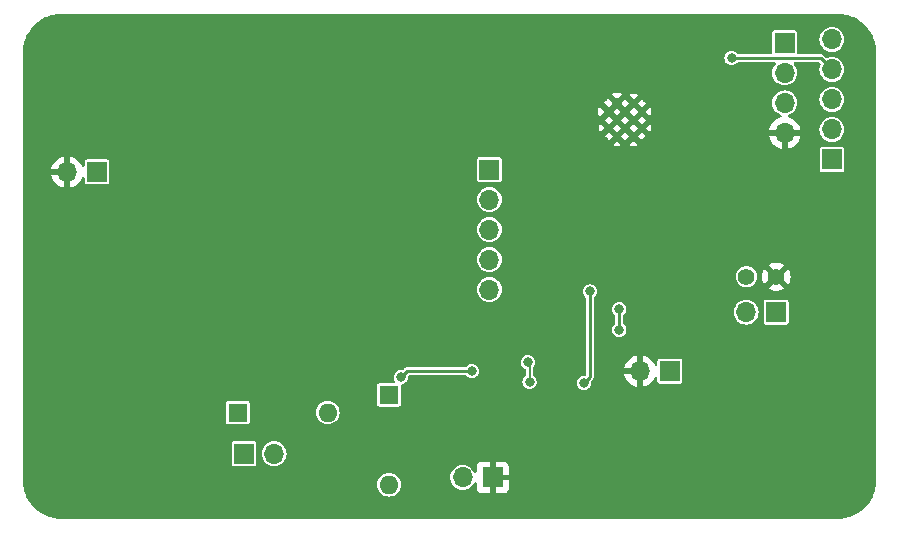
<source format=gbr>
%TF.GenerationSoftware,KiCad,Pcbnew,7.0.8*%
%TF.CreationDate,2023-12-29T21:58:38-05:00*%
%TF.ProjectId,SleepMonitor,536c6565-704d-46f6-9e69-746f722e6b69,rev?*%
%TF.SameCoordinates,Original*%
%TF.FileFunction,Copper,L2,Bot*%
%TF.FilePolarity,Positive*%
%FSLAX46Y46*%
G04 Gerber Fmt 4.6, Leading zero omitted, Abs format (unit mm)*
G04 Created by KiCad (PCBNEW 7.0.8) date 2023-12-29 21:58:38*
%MOMM*%
%LPD*%
G01*
G04 APERTURE LIST*
%TA.AperFunction,HeatsinkPad*%
%ADD10C,0.600000*%
%TD*%
%TA.AperFunction,HeatsinkPad*%
%ADD11C,0.800000*%
%TD*%
%TA.AperFunction,ComponentPad*%
%ADD12R,1.700000X1.700000*%
%TD*%
%TA.AperFunction,ComponentPad*%
%ADD13O,1.700000X1.700000*%
%TD*%
%TA.AperFunction,ComponentPad*%
%ADD14R,1.600000X1.600000*%
%TD*%
%TA.AperFunction,ComponentPad*%
%ADD15O,1.600000X1.600000*%
%TD*%
%TA.AperFunction,ComponentPad*%
%ADD16C,1.400000*%
%TD*%
%TA.AperFunction,ViaPad*%
%ADD17C,0.800000*%
%TD*%
%TA.AperFunction,Conductor*%
%ADD18C,0.203200*%
%TD*%
%TA.AperFunction,Conductor*%
%ADD19C,0.250000*%
%TD*%
G04 APERTURE END LIST*
D10*
%TO.P,U3,39,GND*%
%TO.N,GND*%
X143400000Y-78415000D03*
X143400000Y-77015000D03*
X142700000Y-79115000D03*
X142700000Y-77715000D03*
X142700000Y-76315000D03*
X141975000Y-78415000D03*
X141975000Y-77015000D03*
X141300000Y-79115000D03*
X141300000Y-77715000D03*
D11*
X141300000Y-76315000D03*
D10*
X140600000Y-78415000D03*
D11*
X140600000Y-77015000D03*
%TD*%
D12*
%TO.P,J1,1,Pin_1*%
%TO.N,+5V*%
X97275000Y-82125000D03*
D13*
%TO.P,J1,2,Pin_2*%
%TO.N,GND*%
X94735000Y-82125000D03*
%TD*%
D12*
%TO.P,Y1,1,1*%
%TO.N,GND*%
X130775000Y-108000000D03*
D13*
%TO.P,Y1,2,2*%
%TO.N,Net-(R4-Pad2)*%
X128235000Y-108000000D03*
%TD*%
D14*
%TO.P,D2,1,K*%
%TO.N,VDD*%
X109190000Y-102500000D03*
D15*
%TO.P,D2,2,A*%
%TO.N,Net-(D2-A)*%
X116810000Y-102500000D03*
%TD*%
D12*
%TO.P,J5,1,Pin_1*%
%TO.N,/Touch0*%
X154775000Y-94000000D03*
D13*
%TO.P,J5,2,Pin_2*%
%TO.N,/Touch2*%
X152235000Y-94000000D03*
%TD*%
D14*
%TO.P,D1,1,K*%
%TO.N,Net-(D1-K)*%
X122000000Y-101000000D03*
D15*
%TO.P,D1,2,A*%
%TO.N,Net-(D1-A)*%
X122000000Y-108620000D03*
%TD*%
D16*
%TO.P,JP1,1,A*%
%TO.N,/Boot*%
X152250000Y-91000000D03*
%TO.P,JP1,2,B*%
%TO.N,GND*%
X154790000Y-91000000D03*
%TD*%
D12*
%TO.P,M1,1,+*%
%TO.N,VDD*%
X109725000Y-105985000D03*
D13*
%TO.P,M1,2,-*%
%TO.N,Net-(D2-A)*%
X112265000Y-105985000D03*
%TD*%
D12*
%TO.P,J4,1,Pin_1*%
%TO.N,/ESP_P30*%
X159500000Y-81075000D03*
D13*
%TO.P,J4,2,Pin_2*%
%TO.N,/ESP_P31*%
X159500000Y-78535000D03*
%TO.P,J4,3,Pin_3*%
%TO.N,/ESP_P33*%
X159500000Y-75995000D03*
%TO.P,J4,4,Pin_4*%
%TO.N,/ESP_P36*%
X159500000Y-73455000D03*
%TO.P,J4,5,Pin_5*%
%TO.N,/ESP_P37*%
X159500000Y-70915000D03*
%TD*%
D12*
%TO.P,J3,1,Pin_1*%
%TO.N,/ESP_P10*%
X130500000Y-81925000D03*
D13*
%TO.P,J3,2,Pin_2*%
%TO.N,/ESP_P11*%
X130500000Y-84465000D03*
%TO.P,J3,3,Pin_3*%
%TO.N,/ESP_P12*%
X130500000Y-87005000D03*
%TO.P,J3,4,Pin_4*%
%TO.N,/ESP_P13*%
X130500000Y-89545000D03*
%TO.P,J3,5,Pin_5*%
%TO.N,/ESP_P14*%
X130500000Y-92085000D03*
%TD*%
D12*
%TO.P,J2,1,Pin_1*%
%TO.N,VDD*%
X155500000Y-71200000D03*
D13*
%TO.P,J2,2,Pin_2*%
%TO.N,/TX*%
X155500000Y-73740000D03*
%TO.P,J2,3,Pin_3*%
%TO.N,/RX*%
X155500000Y-76280000D03*
%TO.P,J2,4,Pin_4*%
%TO.N,GND*%
X155500000Y-78820000D03*
%TD*%
D12*
%TO.P,J6,1,Pin_1*%
%TO.N,/Capacity_electrode*%
X145775000Y-99000000D03*
D13*
%TO.P,J6,2,Pin_2*%
%TO.N,GND*%
X143235000Y-99000000D03*
%TD*%
D17*
%TO.N,GND*%
X99000000Y-85250000D03*
X104000000Y-82000000D03*
X131750000Y-75500000D03*
X127250000Y-102500000D03*
X118750000Y-103750000D03*
X120500000Y-108250000D03*
X110500000Y-101000000D03*
X124000000Y-81250000D03*
X115500000Y-81750000D03*
X115750000Y-88250000D03*
X109000000Y-80250000D03*
X115750000Y-70750000D03*
X101750000Y-72000000D03*
X92500000Y-91500000D03*
X92500000Y-97500000D03*
X147000000Y-97500000D03*
X143250000Y-107250000D03*
X129500000Y-106000000D03*
X157000000Y-82250000D03*
X157500000Y-75000000D03*
X157500000Y-71000000D03*
X162500000Y-83500000D03*
X157750000Y-84000000D03*
X153750000Y-87000000D03*
X148750000Y-91750000D03*
X150750000Y-88000000D03*
X141000000Y-89250000D03*
X147000000Y-92250000D03*
X127000000Y-88500000D03*
X126000000Y-93250000D03*
X124500000Y-88500000D03*
X123000000Y-106750000D03*
X142500000Y-96000000D03*
X123250000Y-93750000D03*
X121500000Y-97000000D03*
X129500000Y-75500000D03*
X123250000Y-96250000D03*
X138000000Y-98000000D03*
X120000000Y-71500000D03*
X133500000Y-87500000D03*
X117000000Y-94500000D03*
X133250000Y-95750000D03*
X133000000Y-77500000D03*
X137250000Y-100000000D03*
X130000000Y-69500000D03*
X129000000Y-85500000D03*
%TO.N,VDD*%
X123000000Y-99500000D03*
X129000000Y-99000000D03*
%TO.N,/ESP_P36*%
X151000000Y-72500000D03*
%TO.N,/PZ_ATN100K*%
X138500000Y-100000000D03*
X139000000Y-92250000D03*
%TO.N,/PZ_ATN10K*%
X141500000Y-93750000D03*
X141500000Y-95500000D03*
%TO.N,/PZ_ATN1MEG*%
X133750000Y-98250000D03*
X133895362Y-99895362D03*
%TD*%
D18*
%TO.N,/PZ_ATN1MEG*%
X133895362Y-98395362D02*
X133895362Y-99895362D01*
X133750000Y-98250000D02*
X133895362Y-98395362D01*
D19*
%TO.N,VDD*%
X123000000Y-99500000D02*
X123500000Y-99000000D01*
X123500000Y-99000000D02*
X129000000Y-99000000D01*
%TO.N,/ESP_P36*%
X158545000Y-72500000D02*
X159500000Y-73455000D01*
X151000000Y-72500000D02*
X158545000Y-72500000D01*
%TO.N,/PZ_ATN100K*%
X139000000Y-99500000D02*
X138500000Y-100000000D01*
X139000000Y-92250000D02*
X139000000Y-99500000D01*
%TO.N,/PZ_ATN10K*%
X141500000Y-93750000D02*
X141500000Y-95500000D01*
%TD*%
%TA.AperFunction,Conductor*%
%TO.N,GND*%
G36*
X160001620Y-68750584D02*
G01*
X160133503Y-68757496D01*
X160344132Y-68769325D01*
X160350296Y-68769984D01*
X160468949Y-68788777D01*
X160511585Y-68795531D01*
X160562305Y-68804148D01*
X160692059Y-68826194D01*
X160697666Y-68827419D01*
X160860989Y-68871181D01*
X161031730Y-68920372D01*
X161036751Y-68922056D01*
X161196903Y-68983532D01*
X161359185Y-69050752D01*
X161363595Y-69052785D01*
X161517666Y-69131288D01*
X161670621Y-69215823D01*
X161674360Y-69218067D01*
X161754576Y-69270160D01*
X161820112Y-69312720D01*
X161962323Y-69413624D01*
X161965464Y-69416007D01*
X162099763Y-69524761D01*
X162102059Y-69526714D01*
X162230937Y-69641885D01*
X162233464Y-69644275D01*
X162355723Y-69766534D01*
X162358113Y-69769061D01*
X162473284Y-69897939D01*
X162475237Y-69900235D01*
X162583991Y-70034534D01*
X162586374Y-70037675D01*
X162687279Y-70179887D01*
X162781917Y-70325615D01*
X162784184Y-70329393D01*
X162868716Y-70482342D01*
X162947211Y-70636399D01*
X162949250Y-70640821D01*
X163016471Y-70803106D01*
X163077937Y-70963232D01*
X163079632Y-70968289D01*
X163128827Y-71139046D01*
X163172574Y-71302310D01*
X163173811Y-71307975D01*
X163204468Y-71488414D01*
X163230009Y-71649663D01*
X163230675Y-71655890D01*
X163242512Y-71866678D01*
X163249415Y-71998377D01*
X163249500Y-72001623D01*
X163249500Y-108248375D01*
X163249415Y-108251621D01*
X163242512Y-108383321D01*
X163230675Y-108594108D01*
X163230009Y-108600335D01*
X163204468Y-108761585D01*
X163173811Y-108942023D01*
X163172574Y-108947688D01*
X163128827Y-109110953D01*
X163079632Y-109281709D01*
X163077937Y-109286766D01*
X163016471Y-109446893D01*
X162949250Y-109609177D01*
X162947212Y-109613599D01*
X162868716Y-109767657D01*
X162784184Y-109920605D01*
X162781917Y-109924383D01*
X162687279Y-110070112D01*
X162586374Y-110212323D01*
X162583991Y-110215464D01*
X162475237Y-110349763D01*
X162473284Y-110352059D01*
X162358113Y-110480937D01*
X162355723Y-110483464D01*
X162233464Y-110605723D01*
X162230937Y-110608113D01*
X162102059Y-110723284D01*
X162099763Y-110725237D01*
X161965464Y-110833991D01*
X161962323Y-110836374D01*
X161820112Y-110937279D01*
X161674383Y-111031917D01*
X161670605Y-111034184D01*
X161517657Y-111118716D01*
X161363599Y-111197212D01*
X161359177Y-111199250D01*
X161196893Y-111266471D01*
X161036766Y-111327937D01*
X161031709Y-111329632D01*
X160860953Y-111378827D01*
X160697688Y-111422574D01*
X160692023Y-111423811D01*
X160511585Y-111454468D01*
X160350335Y-111480009D01*
X160344108Y-111480675D01*
X160133321Y-111492512D01*
X160001621Y-111499415D01*
X159998375Y-111499500D01*
X94251624Y-111499500D01*
X94248378Y-111499415D01*
X94116678Y-111492512D01*
X93905890Y-111480675D01*
X93899668Y-111480009D01*
X93875719Y-111476216D01*
X93738414Y-111454468D01*
X93557975Y-111423811D01*
X93552310Y-111422574D01*
X93389046Y-111378827D01*
X93218289Y-111329632D01*
X93213232Y-111327937D01*
X93053106Y-111266471D01*
X92890821Y-111199250D01*
X92886399Y-111197211D01*
X92732342Y-111118716D01*
X92579393Y-111034184D01*
X92575623Y-111031921D01*
X92495424Y-110979840D01*
X92429887Y-110937279D01*
X92287675Y-110836374D01*
X92284534Y-110833991D01*
X92150235Y-110725237D01*
X92147939Y-110723284D01*
X92019061Y-110608113D01*
X92016534Y-110605723D01*
X91894275Y-110483464D01*
X91891885Y-110480937D01*
X91776714Y-110352059D01*
X91774761Y-110349763D01*
X91666007Y-110215464D01*
X91663624Y-110212323D01*
X91562720Y-110070112D01*
X91531981Y-110022779D01*
X91468067Y-109924360D01*
X91465823Y-109920621D01*
X91381283Y-109767657D01*
X91302785Y-109613595D01*
X91300752Y-109609185D01*
X91233532Y-109446903D01*
X91172056Y-109286751D01*
X91170372Y-109281730D01*
X91121181Y-109110989D01*
X91077419Y-108947666D01*
X91076194Y-108942059D01*
X91054148Y-108812305D01*
X91045531Y-108761585D01*
X91038777Y-108718949D01*
X91023105Y-108620000D01*
X120994659Y-108620000D01*
X121013975Y-108816129D01*
X121071188Y-109004733D01*
X121164086Y-109178532D01*
X121164090Y-109178539D01*
X121289116Y-109330883D01*
X121441460Y-109455909D01*
X121441467Y-109455913D01*
X121615266Y-109548811D01*
X121615269Y-109548811D01*
X121615273Y-109548814D01*
X121803868Y-109606024D01*
X122000000Y-109625341D01*
X122196132Y-109606024D01*
X122384727Y-109548814D01*
X122558538Y-109455910D01*
X122710883Y-109330883D01*
X122835910Y-109178538D01*
X122901631Y-109055582D01*
X122928811Y-109004733D01*
X122928811Y-109004732D01*
X122928814Y-109004727D01*
X122986024Y-108816132D01*
X123005341Y-108620000D01*
X122986024Y-108423868D01*
X122928814Y-108235273D01*
X122928811Y-108235269D01*
X122928811Y-108235266D01*
X122835913Y-108061467D01*
X122835909Y-108061460D01*
X122785470Y-108000000D01*
X127179417Y-108000000D01*
X127199699Y-108205932D01*
X127208600Y-108235273D01*
X127259768Y-108403954D01*
X127357315Y-108586450D01*
X127368710Y-108600335D01*
X127488589Y-108746410D01*
X127568884Y-108812305D01*
X127648550Y-108877685D01*
X127831046Y-108975232D01*
X128029066Y-109035300D01*
X128029065Y-109035300D01*
X128047529Y-109037118D01*
X128235000Y-109055583D01*
X128440934Y-109035300D01*
X128638954Y-108975232D01*
X128821450Y-108877685D01*
X128981410Y-108746410D01*
X129112685Y-108586450D01*
X129191643Y-108438730D01*
X129240605Y-108388888D01*
X129308742Y-108373428D01*
X129374422Y-108397260D01*
X129416791Y-108452818D01*
X129425000Y-108497186D01*
X129425000Y-108897844D01*
X129431401Y-108957372D01*
X129431403Y-108957379D01*
X129481645Y-109092086D01*
X129481649Y-109092093D01*
X129567809Y-109207187D01*
X129567812Y-109207190D01*
X129682906Y-109293350D01*
X129682913Y-109293354D01*
X129817620Y-109343596D01*
X129817627Y-109343598D01*
X129877155Y-109349999D01*
X129877172Y-109350000D01*
X130525000Y-109350000D01*
X130525000Y-108435501D01*
X130632685Y-108484680D01*
X130739237Y-108500000D01*
X130810763Y-108500000D01*
X130917315Y-108484680D01*
X131025000Y-108435501D01*
X131025000Y-109350000D01*
X131672828Y-109350000D01*
X131672844Y-109349999D01*
X131732372Y-109343598D01*
X131732379Y-109343596D01*
X131867086Y-109293354D01*
X131867093Y-109293350D01*
X131982187Y-109207190D01*
X131982190Y-109207187D01*
X132068350Y-109092093D01*
X132068354Y-109092086D01*
X132118596Y-108957379D01*
X132118598Y-108957372D01*
X132124999Y-108897844D01*
X132125000Y-108897827D01*
X132125000Y-108250000D01*
X131208686Y-108250000D01*
X131234493Y-108209844D01*
X131275000Y-108071889D01*
X131275000Y-107928111D01*
X131234493Y-107790156D01*
X131208686Y-107750000D01*
X132125000Y-107750000D01*
X132125000Y-107102172D01*
X132124999Y-107102155D01*
X132118598Y-107042627D01*
X132118596Y-107042620D01*
X132068354Y-106907913D01*
X132068350Y-106907906D01*
X131982190Y-106792812D01*
X131982187Y-106792809D01*
X131867093Y-106706649D01*
X131867086Y-106706645D01*
X131732379Y-106656403D01*
X131732372Y-106656401D01*
X131672844Y-106650000D01*
X131025000Y-106650000D01*
X131025000Y-107564498D01*
X130917315Y-107515320D01*
X130810763Y-107500000D01*
X130739237Y-107500000D01*
X130632685Y-107515320D01*
X130525000Y-107564498D01*
X130525000Y-106650000D01*
X129877155Y-106650000D01*
X129817627Y-106656401D01*
X129817620Y-106656403D01*
X129682913Y-106706645D01*
X129682906Y-106706649D01*
X129567812Y-106792809D01*
X129567809Y-106792812D01*
X129481649Y-106907906D01*
X129481645Y-106907913D01*
X129431403Y-107042620D01*
X129431401Y-107042627D01*
X129425000Y-107102155D01*
X129425000Y-107502813D01*
X129405315Y-107569852D01*
X129352511Y-107615607D01*
X129283353Y-107625551D01*
X129219797Y-107596526D01*
X129191642Y-107561267D01*
X129112685Y-107413550D01*
X129060702Y-107350209D01*
X128981410Y-107253589D01*
X128821452Y-107122317D01*
X128821453Y-107122317D01*
X128821450Y-107122315D01*
X128638954Y-107024768D01*
X128440934Y-106964700D01*
X128440932Y-106964699D01*
X128440934Y-106964699D01*
X128235000Y-106944417D01*
X128029067Y-106964699D01*
X127831043Y-107024769D01*
X127797634Y-107042627D01*
X127648550Y-107122315D01*
X127648548Y-107122316D01*
X127648547Y-107122317D01*
X127488589Y-107253589D01*
X127357317Y-107413547D01*
X127259769Y-107596043D01*
X127199699Y-107794067D01*
X127179417Y-108000000D01*
X122785470Y-108000000D01*
X122710883Y-107909116D01*
X122558539Y-107784090D01*
X122558532Y-107784086D01*
X122384733Y-107691188D01*
X122384727Y-107691186D01*
X122196132Y-107633976D01*
X122196129Y-107633975D01*
X122000000Y-107614659D01*
X121803870Y-107633975D01*
X121615266Y-107691188D01*
X121441467Y-107784086D01*
X121441460Y-107784090D01*
X121289116Y-107909116D01*
X121164090Y-108061460D01*
X121164086Y-108061467D01*
X121071188Y-108235266D01*
X121013975Y-108423870D01*
X120994659Y-108620000D01*
X91023105Y-108620000D01*
X91019984Y-108600296D01*
X91019325Y-108594132D01*
X91007496Y-108383503D01*
X91000584Y-108251621D01*
X91000500Y-108248376D01*
X91000500Y-106854752D01*
X108674500Y-106854752D01*
X108686131Y-106913229D01*
X108686132Y-106913230D01*
X108730447Y-106979552D01*
X108796769Y-107023867D01*
X108796770Y-107023868D01*
X108855247Y-107035499D01*
X108855250Y-107035500D01*
X108855252Y-107035500D01*
X110594750Y-107035500D01*
X110594751Y-107035499D01*
X110609568Y-107032552D01*
X110653229Y-107023868D01*
X110653229Y-107023867D01*
X110653231Y-107023867D01*
X110719552Y-106979552D01*
X110763867Y-106913231D01*
X110763867Y-106913229D01*
X110763868Y-106913229D01*
X110775499Y-106854752D01*
X110775500Y-106854750D01*
X110775500Y-105985000D01*
X111209417Y-105985000D01*
X111229699Y-106190932D01*
X111229700Y-106190934D01*
X111289768Y-106388954D01*
X111387315Y-106571450D01*
X111387317Y-106571452D01*
X111518589Y-106731410D01*
X111593405Y-106792809D01*
X111678550Y-106862685D01*
X111861046Y-106960232D01*
X112059066Y-107020300D01*
X112059065Y-107020300D01*
X112077529Y-107022118D01*
X112265000Y-107040583D01*
X112470934Y-107020300D01*
X112668954Y-106960232D01*
X112851450Y-106862685D01*
X113011410Y-106731410D01*
X113142685Y-106571450D01*
X113240232Y-106388954D01*
X113300300Y-106190934D01*
X113320583Y-105985000D01*
X113300300Y-105779066D01*
X113240232Y-105581046D01*
X113142685Y-105398550D01*
X113090702Y-105335209D01*
X113011410Y-105238589D01*
X112861121Y-105115252D01*
X112851450Y-105107315D01*
X112668954Y-105009768D01*
X112470934Y-104949700D01*
X112470932Y-104949699D01*
X112470934Y-104949699D01*
X112265000Y-104929417D01*
X112059067Y-104949699D01*
X111861043Y-105009769D01*
X111773114Y-105056769D01*
X111678550Y-105107315D01*
X111678548Y-105107316D01*
X111678547Y-105107317D01*
X111518589Y-105238589D01*
X111387317Y-105398547D01*
X111289769Y-105581043D01*
X111229699Y-105779067D01*
X111209417Y-105985000D01*
X110775500Y-105985000D01*
X110775500Y-105115249D01*
X110775499Y-105115247D01*
X110763868Y-105056770D01*
X110763867Y-105056769D01*
X110719552Y-104990447D01*
X110653230Y-104946132D01*
X110653229Y-104946131D01*
X110594752Y-104934500D01*
X110594748Y-104934500D01*
X108855252Y-104934500D01*
X108855247Y-104934500D01*
X108796770Y-104946131D01*
X108796769Y-104946132D01*
X108730447Y-104990447D01*
X108686132Y-105056769D01*
X108686131Y-105056770D01*
X108674500Y-105115247D01*
X108674500Y-106854752D01*
X91000500Y-106854752D01*
X91000500Y-103319752D01*
X108189500Y-103319752D01*
X108201131Y-103378229D01*
X108201132Y-103378230D01*
X108245447Y-103444552D01*
X108311769Y-103488867D01*
X108311770Y-103488868D01*
X108370247Y-103500499D01*
X108370250Y-103500500D01*
X108370252Y-103500500D01*
X110009750Y-103500500D01*
X110009751Y-103500499D01*
X110024568Y-103497552D01*
X110068229Y-103488868D01*
X110068229Y-103488867D01*
X110068231Y-103488867D01*
X110134552Y-103444552D01*
X110178867Y-103378231D01*
X110178867Y-103378229D01*
X110178868Y-103378229D01*
X110190499Y-103319752D01*
X110190500Y-103319750D01*
X110190500Y-102500000D01*
X115804659Y-102500000D01*
X115823975Y-102696129D01*
X115881188Y-102884733D01*
X115974086Y-103058532D01*
X115974090Y-103058539D01*
X116099116Y-103210883D01*
X116251460Y-103335909D01*
X116251467Y-103335913D01*
X116425266Y-103428811D01*
X116425269Y-103428811D01*
X116425273Y-103428814D01*
X116613868Y-103486024D01*
X116810000Y-103505341D01*
X117006132Y-103486024D01*
X117194727Y-103428814D01*
X117368538Y-103335910D01*
X117520883Y-103210883D01*
X117645910Y-103058538D01*
X117738814Y-102884727D01*
X117796024Y-102696132D01*
X117815341Y-102500000D01*
X117796024Y-102303868D01*
X117738814Y-102115273D01*
X117738811Y-102115269D01*
X117738811Y-102115266D01*
X117645913Y-101941467D01*
X117645909Y-101941460D01*
X117546025Y-101819752D01*
X120999500Y-101819752D01*
X121011131Y-101878229D01*
X121011132Y-101878230D01*
X121055447Y-101944552D01*
X121121769Y-101988867D01*
X121121770Y-101988868D01*
X121180247Y-102000499D01*
X121180250Y-102000500D01*
X121180252Y-102000500D01*
X122819750Y-102000500D01*
X122819751Y-102000499D01*
X122834568Y-101997552D01*
X122878229Y-101988868D01*
X122878229Y-101988867D01*
X122878231Y-101988867D01*
X122944552Y-101944552D01*
X122988867Y-101878231D01*
X122988867Y-101878229D01*
X122988868Y-101878229D01*
X123000499Y-101819752D01*
X123000500Y-101819750D01*
X123000500Y-100214361D01*
X123020185Y-100147322D01*
X123072989Y-100101567D01*
X123108314Y-100091422D01*
X123156762Y-100085044D01*
X123302841Y-100024536D01*
X123428282Y-99928282D01*
X123524536Y-99802841D01*
X123585044Y-99656762D01*
X123605682Y-99500000D01*
X123601164Y-99465685D01*
X123611929Y-99396652D01*
X123658308Y-99344395D01*
X123724103Y-99325500D01*
X128431701Y-99325500D01*
X128498740Y-99345185D01*
X128530077Y-99374014D01*
X128569162Y-99424952D01*
X128571718Y-99428282D01*
X128697159Y-99524536D01*
X128843238Y-99585044D01*
X128921619Y-99595363D01*
X128999999Y-99605682D01*
X129000000Y-99605682D01*
X129000001Y-99605682D01*
X129052254Y-99598802D01*
X129156762Y-99585044D01*
X129302841Y-99524536D01*
X129428282Y-99428282D01*
X129524536Y-99302841D01*
X129585044Y-99156762D01*
X129605682Y-99000000D01*
X129594291Y-98913480D01*
X129585044Y-98843239D01*
X129585044Y-98843238D01*
X129524536Y-98697159D01*
X129428282Y-98571718D01*
X129302841Y-98475464D01*
X129218534Y-98440543D01*
X129156762Y-98414956D01*
X129156760Y-98414955D01*
X129000001Y-98394318D01*
X128999999Y-98394318D01*
X128843239Y-98414955D01*
X128843237Y-98414956D01*
X128697160Y-98475463D01*
X128571716Y-98571719D01*
X128530077Y-98625986D01*
X128473649Y-98667189D01*
X128431701Y-98674500D01*
X123516922Y-98674500D01*
X123511518Y-98674264D01*
X123506107Y-98673790D01*
X123471192Y-98670735D01*
X123471191Y-98670735D01*
X123432091Y-98681212D01*
X123426811Y-98682383D01*
X123386959Y-98689410D01*
X123381961Y-98691229D01*
X123365117Y-98698206D01*
X123360313Y-98700446D01*
X123327166Y-98723656D01*
X123322606Y-98726562D01*
X123287548Y-98746804D01*
X123287540Y-98746810D01*
X123261523Y-98777815D01*
X123257869Y-98781804D01*
X123171684Y-98867988D01*
X123110361Y-98901473D01*
X123067818Y-98903246D01*
X123000001Y-98894318D01*
X122999999Y-98894318D01*
X122843239Y-98914955D01*
X122843237Y-98914956D01*
X122697160Y-98975463D01*
X122571718Y-99071718D01*
X122475463Y-99197160D01*
X122414956Y-99343237D01*
X122414955Y-99343239D01*
X122394318Y-99499998D01*
X122394318Y-99500001D01*
X122414955Y-99656760D01*
X122414956Y-99656762D01*
X122448854Y-99738600D01*
X122475465Y-99802843D01*
X122479528Y-99809881D01*
X122477551Y-99811022D01*
X122498489Y-99865193D01*
X122484445Y-99933637D01*
X122435627Y-99983623D01*
X122374918Y-99999500D01*
X121180247Y-99999500D01*
X121121770Y-100011131D01*
X121121769Y-100011132D01*
X121055447Y-100055447D01*
X121011132Y-100121769D01*
X121011131Y-100121770D01*
X120999500Y-100180247D01*
X120999500Y-101819752D01*
X117546025Y-101819752D01*
X117520883Y-101789116D01*
X117368539Y-101664090D01*
X117368532Y-101664086D01*
X117194733Y-101571188D01*
X117194727Y-101571186D01*
X117006132Y-101513976D01*
X117006129Y-101513975D01*
X116810000Y-101494659D01*
X116613870Y-101513975D01*
X116425266Y-101571188D01*
X116251467Y-101664086D01*
X116251460Y-101664090D01*
X116099116Y-101789116D01*
X115974090Y-101941460D01*
X115974086Y-101941467D01*
X115881188Y-102115266D01*
X115823975Y-102303870D01*
X115804659Y-102500000D01*
X110190500Y-102500000D01*
X110190500Y-101680249D01*
X110190499Y-101680247D01*
X110178868Y-101621770D01*
X110178867Y-101621769D01*
X110134552Y-101555447D01*
X110068230Y-101511132D01*
X110068229Y-101511131D01*
X110009752Y-101499500D01*
X110009748Y-101499500D01*
X108370252Y-101499500D01*
X108370247Y-101499500D01*
X108311770Y-101511131D01*
X108311769Y-101511132D01*
X108245447Y-101555447D01*
X108201132Y-101621769D01*
X108201131Y-101621770D01*
X108189500Y-101680247D01*
X108189500Y-103319752D01*
X91000500Y-103319752D01*
X91000500Y-98250001D01*
X133144318Y-98250001D01*
X133164955Y-98406760D01*
X133164956Y-98406762D01*
X133203576Y-98500000D01*
X133225464Y-98552841D01*
X133321718Y-98678282D01*
X133447159Y-98774536D01*
X133516718Y-98803348D01*
X133571117Y-98847186D01*
X133593183Y-98913480D01*
X133593262Y-98917907D01*
X133593262Y-99309107D01*
X133573577Y-99376146D01*
X133544750Y-99407481D01*
X133517644Y-99428281D01*
X133467080Y-99467080D01*
X133370825Y-99592522D01*
X133310318Y-99738599D01*
X133310317Y-99738601D01*
X133289680Y-99895360D01*
X133289680Y-99895363D01*
X133310317Y-100052122D01*
X133310318Y-100052124D01*
X133353660Y-100156762D01*
X133370826Y-100198203D01*
X133467080Y-100323644D01*
X133592521Y-100419898D01*
X133738600Y-100480406D01*
X133816981Y-100490725D01*
X133895361Y-100501044D01*
X133895362Y-100501044D01*
X133895363Y-100501044D01*
X133947616Y-100494164D01*
X134052124Y-100480406D01*
X134198203Y-100419898D01*
X134323644Y-100323644D01*
X134419898Y-100198203D01*
X134480406Y-100052124D01*
X134487268Y-100000001D01*
X137894318Y-100000001D01*
X137914955Y-100156760D01*
X137914956Y-100156762D01*
X137975464Y-100302841D01*
X138071718Y-100428282D01*
X138197159Y-100524536D01*
X138343238Y-100585044D01*
X138421619Y-100595363D01*
X138499999Y-100605682D01*
X138500000Y-100605682D01*
X138500001Y-100605682D01*
X138552254Y-100598802D01*
X138656762Y-100585044D01*
X138802841Y-100524536D01*
X138928282Y-100428282D01*
X139024536Y-100302841D01*
X139085044Y-100156762D01*
X139104216Y-100011133D01*
X139105682Y-100000001D01*
X139105682Y-99999999D01*
X139096753Y-99932180D01*
X139107518Y-99863145D01*
X139132008Y-99828316D01*
X139218204Y-99742120D01*
X139222166Y-99738489D01*
X139253194Y-99712455D01*
X139273438Y-99677390D01*
X139276335Y-99672841D01*
X139299554Y-99639684D01*
X139299554Y-99639681D01*
X139301819Y-99634824D01*
X139308747Y-99618099D01*
X139310584Y-99613050D01*
X139310588Y-99613045D01*
X139317619Y-99573162D01*
X139318777Y-99567940D01*
X139329264Y-99528807D01*
X139325735Y-99488478D01*
X139325500Y-99483075D01*
X139325500Y-99250000D01*
X141904364Y-99250000D01*
X141961567Y-99463486D01*
X141961570Y-99463492D01*
X142061399Y-99677578D01*
X142196894Y-99871082D01*
X142363917Y-100038105D01*
X142557421Y-100173600D01*
X142771507Y-100273429D01*
X142771516Y-100273433D01*
X142985000Y-100330634D01*
X142985000Y-99435501D01*
X143092685Y-99484680D01*
X143199237Y-99500000D01*
X143270763Y-99500000D01*
X143377315Y-99484680D01*
X143485000Y-99435501D01*
X143485000Y-100330633D01*
X143698483Y-100273433D01*
X143698492Y-100273429D01*
X143912578Y-100173600D01*
X144106082Y-100038105D01*
X144273105Y-99871082D01*
X144408599Y-99677578D01*
X144488118Y-99507051D01*
X144534290Y-99454612D01*
X144601484Y-99435460D01*
X144668365Y-99455676D01*
X144713699Y-99508841D01*
X144724500Y-99559456D01*
X144724500Y-99869752D01*
X144736131Y-99928229D01*
X144736132Y-99928230D01*
X144780447Y-99994552D01*
X144846769Y-100038867D01*
X144846770Y-100038868D01*
X144905247Y-100050499D01*
X144905250Y-100050500D01*
X144905252Y-100050500D01*
X146644750Y-100050500D01*
X146644751Y-100050499D01*
X146659568Y-100047552D01*
X146703229Y-100038868D01*
X146703229Y-100038867D01*
X146703231Y-100038867D01*
X146769552Y-99994552D01*
X146813867Y-99928231D01*
X146813867Y-99928229D01*
X146813868Y-99928229D01*
X146825141Y-99871554D01*
X146825500Y-99869748D01*
X146825500Y-98130252D01*
X146825500Y-98130249D01*
X146825499Y-98130247D01*
X146813868Y-98071770D01*
X146813867Y-98071769D01*
X146769552Y-98005447D01*
X146703230Y-97961132D01*
X146703229Y-97961131D01*
X146644752Y-97949500D01*
X146644748Y-97949500D01*
X144905252Y-97949500D01*
X144905247Y-97949500D01*
X144846770Y-97961131D01*
X144846769Y-97961132D01*
X144780447Y-98005447D01*
X144736132Y-98071769D01*
X144736131Y-98071770D01*
X144724500Y-98130247D01*
X144724500Y-98440543D01*
X144704815Y-98507582D01*
X144652011Y-98553337D01*
X144582853Y-98563281D01*
X144519297Y-98534256D01*
X144488118Y-98492948D01*
X144408600Y-98322422D01*
X144408599Y-98322420D01*
X144273113Y-98128926D01*
X144273108Y-98128920D01*
X144106082Y-97961894D01*
X143912578Y-97826399D01*
X143698492Y-97726570D01*
X143698486Y-97726567D01*
X143485000Y-97669364D01*
X143485000Y-98564498D01*
X143377315Y-98515320D01*
X143270763Y-98500000D01*
X143199237Y-98500000D01*
X143092685Y-98515320D01*
X142985000Y-98564498D01*
X142985000Y-97669364D01*
X142984999Y-97669364D01*
X142771513Y-97726567D01*
X142771507Y-97726570D01*
X142557422Y-97826399D01*
X142557420Y-97826400D01*
X142363926Y-97961886D01*
X142363920Y-97961891D01*
X142196891Y-98128920D01*
X142196886Y-98128926D01*
X142061400Y-98322420D01*
X142061399Y-98322422D01*
X141961570Y-98536507D01*
X141961567Y-98536513D01*
X141904364Y-98749999D01*
X141904364Y-98750000D01*
X142801314Y-98750000D01*
X142775507Y-98790156D01*
X142735000Y-98928111D01*
X142735000Y-99071889D01*
X142775507Y-99209844D01*
X142801314Y-99250000D01*
X141904364Y-99250000D01*
X139325500Y-99250000D01*
X139325500Y-95500001D01*
X140894318Y-95500001D01*
X140914955Y-95656760D01*
X140914956Y-95656762D01*
X140975464Y-95802841D01*
X141071718Y-95928282D01*
X141197159Y-96024536D01*
X141343238Y-96085044D01*
X141421619Y-96095363D01*
X141499999Y-96105682D01*
X141500000Y-96105682D01*
X141500001Y-96105682D01*
X141552254Y-96098802D01*
X141656762Y-96085044D01*
X141802841Y-96024536D01*
X141928282Y-95928282D01*
X142024536Y-95802841D01*
X142085044Y-95656762D01*
X142105682Y-95500000D01*
X142085044Y-95343238D01*
X142024536Y-95197159D01*
X141928282Y-95071718D01*
X141928280Y-95071716D01*
X141928279Y-95071715D01*
X141874012Y-95030074D01*
X141832810Y-94973646D01*
X141825500Y-94931699D01*
X141825500Y-94318298D01*
X141845185Y-94251259D01*
X141874010Y-94219925D01*
X141928282Y-94178282D01*
X142024536Y-94052841D01*
X142046423Y-94000000D01*
X151179417Y-94000000D01*
X151199699Y-94205932D01*
X151199700Y-94205934D01*
X151259768Y-94403954D01*
X151357315Y-94586450D01*
X151357317Y-94586452D01*
X151488589Y-94746410D01*
X151585209Y-94825702D01*
X151648550Y-94877685D01*
X151831046Y-94975232D01*
X152029066Y-95035300D01*
X152029065Y-95035300D01*
X152047529Y-95037118D01*
X152235000Y-95055583D01*
X152440934Y-95035300D01*
X152638954Y-94975232D01*
X152821450Y-94877685D01*
X152831116Y-94869752D01*
X153724500Y-94869752D01*
X153736131Y-94928229D01*
X153736132Y-94928230D01*
X153780447Y-94994552D01*
X153846769Y-95038867D01*
X153846770Y-95038868D01*
X153905247Y-95050499D01*
X153905250Y-95050500D01*
X153905252Y-95050500D01*
X155644750Y-95050500D01*
X155644751Y-95050499D01*
X155659568Y-95047552D01*
X155703229Y-95038868D01*
X155703229Y-95038867D01*
X155703231Y-95038867D01*
X155769552Y-94994552D01*
X155813867Y-94928231D01*
X155813867Y-94928229D01*
X155813868Y-94928229D01*
X155825499Y-94869752D01*
X155825500Y-94869750D01*
X155825500Y-93130249D01*
X155825499Y-93130247D01*
X155813868Y-93071770D01*
X155813867Y-93071769D01*
X155769552Y-93005447D01*
X155703230Y-92961132D01*
X155703229Y-92961131D01*
X155644752Y-92949500D01*
X155644748Y-92949500D01*
X153905252Y-92949500D01*
X153905247Y-92949500D01*
X153846770Y-92961131D01*
X153846769Y-92961132D01*
X153780447Y-93005447D01*
X153736132Y-93071769D01*
X153736131Y-93071770D01*
X153724500Y-93130247D01*
X153724500Y-94869752D01*
X152831116Y-94869752D01*
X152981410Y-94746410D01*
X153112685Y-94586450D01*
X153210232Y-94403954D01*
X153270300Y-94205934D01*
X153290583Y-94000000D01*
X153270300Y-93794066D01*
X153210232Y-93596046D01*
X153112685Y-93413550D01*
X153037321Y-93321718D01*
X152981410Y-93253589D01*
X152843710Y-93140583D01*
X152821450Y-93122315D01*
X152638954Y-93024768D01*
X152440934Y-92964700D01*
X152440932Y-92964699D01*
X152440934Y-92964699D01*
X152235000Y-92944417D01*
X152029067Y-92964699D01*
X151831043Y-93024769D01*
X151764698Y-93060232D01*
X151648550Y-93122315D01*
X151648548Y-93122316D01*
X151648547Y-93122317D01*
X151488589Y-93253589D01*
X151357317Y-93413547D01*
X151357315Y-93413550D01*
X151339350Y-93447160D01*
X151259769Y-93596043D01*
X151199699Y-93794067D01*
X151179417Y-94000000D01*
X142046423Y-94000000D01*
X142085044Y-93906762D01*
X142098802Y-93802254D01*
X142105682Y-93750001D01*
X142105682Y-93749998D01*
X142085044Y-93593239D01*
X142085044Y-93593238D01*
X142024536Y-93447159D01*
X141928282Y-93321718D01*
X141802841Y-93225464D01*
X141656762Y-93164956D01*
X141656760Y-93164955D01*
X141500001Y-93144318D01*
X141499999Y-93144318D01*
X141343239Y-93164955D01*
X141343237Y-93164956D01*
X141197160Y-93225463D01*
X141071718Y-93321718D01*
X140975463Y-93447160D01*
X140914956Y-93593237D01*
X140914955Y-93593239D01*
X140894318Y-93749998D01*
X140894318Y-93750001D01*
X140914955Y-93906760D01*
X140914956Y-93906762D01*
X140953576Y-94000000D01*
X140975464Y-94052841D01*
X141071718Y-94178282D01*
X141125987Y-94219924D01*
X141167189Y-94276349D01*
X141174500Y-94318298D01*
X141174500Y-94931699D01*
X141154815Y-94998738D01*
X141125988Y-95030074D01*
X141071720Y-95071715D01*
X140975463Y-95197160D01*
X140914956Y-95343237D01*
X140914955Y-95343239D01*
X140894318Y-95499998D01*
X140894318Y-95500001D01*
X139325500Y-95500001D01*
X139325500Y-92818298D01*
X139345185Y-92751259D01*
X139374010Y-92719925D01*
X139428282Y-92678282D01*
X139524536Y-92552841D01*
X139585044Y-92406762D01*
X139605682Y-92250000D01*
X139599099Y-92200000D01*
X139585044Y-92093239D01*
X139585044Y-92093238D01*
X139524536Y-91947159D01*
X139428282Y-91821718D01*
X139302841Y-91725464D01*
X139195599Y-91681043D01*
X139156762Y-91664956D01*
X139156760Y-91664955D01*
X139000001Y-91644318D01*
X138999999Y-91644318D01*
X138843239Y-91664955D01*
X138843237Y-91664956D01*
X138697160Y-91725463D01*
X138571718Y-91821718D01*
X138475463Y-91947160D01*
X138414956Y-92093237D01*
X138414955Y-92093239D01*
X138394318Y-92249998D01*
X138394318Y-92250001D01*
X138414955Y-92406760D01*
X138414956Y-92406762D01*
X138475464Y-92552841D01*
X138571718Y-92678282D01*
X138625987Y-92719924D01*
X138667189Y-92776349D01*
X138674500Y-92818298D01*
X138674500Y-99275896D01*
X138654815Y-99342935D01*
X138602011Y-99388690D01*
X138534316Y-99398835D01*
X138500003Y-99394318D01*
X138499999Y-99394318D01*
X138343239Y-99414955D01*
X138343237Y-99414956D01*
X138197160Y-99475463D01*
X138071718Y-99571718D01*
X137975463Y-99697160D01*
X137914956Y-99843237D01*
X137914955Y-99843239D01*
X137894318Y-99999998D01*
X137894318Y-100000001D01*
X134487268Y-100000001D01*
X134501044Y-99895362D01*
X134497847Y-99871082D01*
X134480406Y-99738601D01*
X134480406Y-99738600D01*
X134419898Y-99592521D01*
X134323644Y-99467080D01*
X134245974Y-99407482D01*
X134204773Y-99351055D01*
X134197462Y-99309107D01*
X134197462Y-98695377D01*
X134217147Y-98628338D01*
X134223076Y-98619903D01*
X134274536Y-98552841D01*
X134335044Y-98406762D01*
X134355682Y-98250000D01*
X134335044Y-98093238D01*
X134274536Y-97947159D01*
X134178282Y-97821718D01*
X134052841Y-97725464D01*
X133906762Y-97664956D01*
X133906760Y-97664955D01*
X133750001Y-97644318D01*
X133749999Y-97644318D01*
X133593239Y-97664955D01*
X133593237Y-97664956D01*
X133447160Y-97725463D01*
X133321718Y-97821718D01*
X133225463Y-97947160D01*
X133164956Y-98093237D01*
X133164955Y-98093239D01*
X133144318Y-98249998D01*
X133144318Y-98250001D01*
X91000500Y-98250001D01*
X91000500Y-92085000D01*
X129444417Y-92085000D01*
X129464699Y-92290932D01*
X129464700Y-92290934D01*
X129524768Y-92488954D01*
X129622315Y-92671450D01*
X129622317Y-92671452D01*
X129753589Y-92831410D01*
X129850209Y-92910702D01*
X129913550Y-92962685D01*
X130096046Y-93060232D01*
X130294066Y-93120300D01*
X130294065Y-93120300D01*
X130312529Y-93122118D01*
X130500000Y-93140583D01*
X130705934Y-93120300D01*
X130903954Y-93060232D01*
X131086450Y-92962685D01*
X131246410Y-92831410D01*
X131377685Y-92671450D01*
X131475232Y-92488954D01*
X131535300Y-92290934D01*
X131555583Y-92085000D01*
X131535300Y-91879066D01*
X131475232Y-91681046D01*
X131377685Y-91498550D01*
X131284633Y-91385165D01*
X131246410Y-91338589D01*
X131086452Y-91207317D01*
X131086453Y-91207317D01*
X131086450Y-91207315D01*
X130903954Y-91109768D01*
X130705934Y-91049700D01*
X130705932Y-91049699D01*
X130705934Y-91049699D01*
X130500000Y-91029417D01*
X130294067Y-91049699D01*
X130096043Y-91109769D01*
X129985898Y-91168643D01*
X129913550Y-91207315D01*
X129913548Y-91207316D01*
X129913547Y-91207317D01*
X129753589Y-91338589D01*
X129622317Y-91498547D01*
X129524769Y-91681043D01*
X129464699Y-91879067D01*
X129444417Y-92085000D01*
X91000500Y-92085000D01*
X91000500Y-91000000D01*
X151344540Y-91000000D01*
X151364326Y-91188256D01*
X151364327Y-91188259D01*
X151422818Y-91368277D01*
X151422821Y-91368284D01*
X151517467Y-91532216D01*
X151628300Y-91655308D01*
X151644129Y-91672888D01*
X151797265Y-91784148D01*
X151797270Y-91784151D01*
X151970192Y-91861142D01*
X151970197Y-91861144D01*
X152155354Y-91900500D01*
X152155355Y-91900500D01*
X152344644Y-91900500D01*
X152344646Y-91900500D01*
X152529803Y-91861144D01*
X152702730Y-91784151D01*
X152855871Y-91672888D01*
X152982533Y-91532216D01*
X153077179Y-91368284D01*
X153135674Y-91188256D01*
X153155460Y-91000000D01*
X153584859Y-91000000D01*
X153605378Y-91221439D01*
X153666240Y-91435350D01*
X153765369Y-91634428D01*
X153781137Y-91655308D01*
X153781138Y-91655308D01*
X154392046Y-91044400D01*
X154404835Y-91125148D01*
X154462359Y-91238045D01*
X154551955Y-91327641D01*
X154664852Y-91385165D01*
X154745599Y-91397953D01*
X154136672Y-92006879D01*
X154136672Y-92006880D01*
X154252821Y-92078797D01*
X154252822Y-92078798D01*
X154460195Y-92159134D01*
X154678807Y-92200000D01*
X154901193Y-92200000D01*
X155119809Y-92159133D01*
X155327168Y-92078801D01*
X155327181Y-92078795D01*
X155443326Y-92006879D01*
X154834401Y-91397953D01*
X154915148Y-91385165D01*
X155028045Y-91327641D01*
X155117641Y-91238045D01*
X155175165Y-91125148D01*
X155187953Y-91044400D01*
X155798861Y-91655308D01*
X155814631Y-91634425D01*
X155814633Y-91634422D01*
X155913759Y-91435350D01*
X155974621Y-91221439D01*
X155995141Y-91000000D01*
X155995141Y-90999999D01*
X155974621Y-90778560D01*
X155913759Y-90564649D01*
X155814635Y-90365580D01*
X155814630Y-90365572D01*
X155798860Y-90344690D01*
X155187953Y-90955598D01*
X155175165Y-90874852D01*
X155117641Y-90761955D01*
X155028045Y-90672359D01*
X154915148Y-90614835D01*
X154834401Y-90602046D01*
X155443327Y-89993119D01*
X155327178Y-89921202D01*
X155327177Y-89921201D01*
X155119804Y-89840865D01*
X154901193Y-89800000D01*
X154678807Y-89800000D01*
X154460195Y-89840865D01*
X154252824Y-89921200D01*
X154252823Y-89921201D01*
X154136671Y-89993119D01*
X154745599Y-90602046D01*
X154664852Y-90614835D01*
X154551955Y-90672359D01*
X154462359Y-90761955D01*
X154404835Y-90874852D01*
X154392046Y-90955599D01*
X153781138Y-90344691D01*
X153781137Y-90344691D01*
X153765368Y-90365574D01*
X153666240Y-90564649D01*
X153605378Y-90778560D01*
X153584859Y-90999999D01*
X153584859Y-91000000D01*
X153155460Y-91000000D01*
X153135674Y-90811744D01*
X153077179Y-90631716D01*
X152982533Y-90467784D01*
X152855871Y-90327112D01*
X152855870Y-90327111D01*
X152702734Y-90215851D01*
X152702729Y-90215848D01*
X152529807Y-90138857D01*
X152529802Y-90138855D01*
X152384001Y-90107865D01*
X152344646Y-90099500D01*
X152155354Y-90099500D01*
X152122897Y-90106398D01*
X151970197Y-90138855D01*
X151970192Y-90138857D01*
X151797270Y-90215848D01*
X151797265Y-90215851D01*
X151644129Y-90327111D01*
X151517466Y-90467785D01*
X151422821Y-90631715D01*
X151422818Y-90631722D01*
X151375108Y-90778560D01*
X151364326Y-90811744D01*
X151344540Y-91000000D01*
X91000500Y-91000000D01*
X91000500Y-89545000D01*
X129444417Y-89545000D01*
X129464699Y-89750932D01*
X129464700Y-89750934D01*
X129524768Y-89948954D01*
X129622315Y-90131450D01*
X129622317Y-90131452D01*
X129753589Y-90291410D01*
X129797092Y-90327111D01*
X129913550Y-90422685D01*
X130096046Y-90520232D01*
X130294066Y-90580300D01*
X130294065Y-90580300D01*
X130312529Y-90582118D01*
X130500000Y-90600583D01*
X130705934Y-90580300D01*
X130903954Y-90520232D01*
X131086450Y-90422685D01*
X131246410Y-90291410D01*
X131377685Y-90131450D01*
X131475232Y-89948954D01*
X131535300Y-89750934D01*
X131555583Y-89545000D01*
X131535300Y-89339066D01*
X131475232Y-89141046D01*
X131377685Y-88958550D01*
X131325702Y-88895209D01*
X131246410Y-88798589D01*
X131086452Y-88667317D01*
X131086453Y-88667317D01*
X131086450Y-88667315D01*
X130903954Y-88569768D01*
X130705934Y-88509700D01*
X130705932Y-88509699D01*
X130705934Y-88509699D01*
X130500000Y-88489417D01*
X130294067Y-88509699D01*
X130096043Y-88569769D01*
X129985898Y-88628643D01*
X129913550Y-88667315D01*
X129913548Y-88667316D01*
X129913547Y-88667317D01*
X129753589Y-88798589D01*
X129622317Y-88958547D01*
X129524769Y-89141043D01*
X129464699Y-89339067D01*
X129444417Y-89545000D01*
X91000500Y-89545000D01*
X91000500Y-87005000D01*
X129444417Y-87005000D01*
X129464699Y-87210932D01*
X129464700Y-87210934D01*
X129524768Y-87408954D01*
X129622315Y-87591450D01*
X129622317Y-87591452D01*
X129753589Y-87751410D01*
X129850209Y-87830702D01*
X129913550Y-87882685D01*
X130096046Y-87980232D01*
X130294066Y-88040300D01*
X130294065Y-88040300D01*
X130312529Y-88042118D01*
X130500000Y-88060583D01*
X130705934Y-88040300D01*
X130903954Y-87980232D01*
X131086450Y-87882685D01*
X131246410Y-87751410D01*
X131377685Y-87591450D01*
X131475232Y-87408954D01*
X131535300Y-87210934D01*
X131555583Y-87005000D01*
X131535300Y-86799066D01*
X131475232Y-86601046D01*
X131377685Y-86418550D01*
X131325702Y-86355209D01*
X131246410Y-86258589D01*
X131086452Y-86127317D01*
X131086453Y-86127317D01*
X131086450Y-86127315D01*
X130903954Y-86029768D01*
X130705934Y-85969700D01*
X130705932Y-85969699D01*
X130705934Y-85969699D01*
X130500000Y-85949417D01*
X130294067Y-85969699D01*
X130096043Y-86029769D01*
X129985898Y-86088643D01*
X129913550Y-86127315D01*
X129913548Y-86127316D01*
X129913547Y-86127317D01*
X129753589Y-86258589D01*
X129622317Y-86418547D01*
X129524769Y-86601043D01*
X129464699Y-86799067D01*
X129444417Y-87005000D01*
X91000500Y-87005000D01*
X91000500Y-84465000D01*
X129444417Y-84465000D01*
X129464699Y-84670932D01*
X129464700Y-84670934D01*
X129524768Y-84868954D01*
X129622315Y-85051450D01*
X129622317Y-85051452D01*
X129753589Y-85211410D01*
X129850209Y-85290702D01*
X129913550Y-85342685D01*
X130096046Y-85440232D01*
X130294066Y-85500300D01*
X130294065Y-85500300D01*
X130312529Y-85502118D01*
X130500000Y-85520583D01*
X130705934Y-85500300D01*
X130903954Y-85440232D01*
X131086450Y-85342685D01*
X131246410Y-85211410D01*
X131377685Y-85051450D01*
X131475232Y-84868954D01*
X131535300Y-84670934D01*
X131555583Y-84465000D01*
X131535300Y-84259066D01*
X131475232Y-84061046D01*
X131377685Y-83878550D01*
X131325702Y-83815209D01*
X131246410Y-83718589D01*
X131086452Y-83587317D01*
X131086453Y-83587317D01*
X131086450Y-83587315D01*
X130903954Y-83489768D01*
X130705934Y-83429700D01*
X130705932Y-83429699D01*
X130705934Y-83429699D01*
X130500000Y-83409417D01*
X130294067Y-83429699D01*
X130096043Y-83489769D01*
X129985898Y-83548643D01*
X129913550Y-83587315D01*
X129913548Y-83587316D01*
X129913547Y-83587317D01*
X129753589Y-83718589D01*
X129622317Y-83878547D01*
X129524769Y-84061043D01*
X129464699Y-84259067D01*
X129444417Y-84465000D01*
X91000500Y-84465000D01*
X91000500Y-82375000D01*
X93404364Y-82375000D01*
X93461567Y-82588486D01*
X93461570Y-82588492D01*
X93561399Y-82802578D01*
X93696894Y-82996082D01*
X93863917Y-83163105D01*
X94057421Y-83298600D01*
X94271507Y-83398429D01*
X94271516Y-83398433D01*
X94485000Y-83455634D01*
X94485000Y-82560501D01*
X94592685Y-82609680D01*
X94699237Y-82625000D01*
X94770763Y-82625000D01*
X94877315Y-82609680D01*
X94985000Y-82560501D01*
X94985000Y-83455633D01*
X95198483Y-83398433D01*
X95198492Y-83398429D01*
X95412578Y-83298600D01*
X95606082Y-83163105D01*
X95773105Y-82996082D01*
X95908599Y-82802578D01*
X95988118Y-82632051D01*
X96034290Y-82579612D01*
X96101484Y-82560460D01*
X96168365Y-82580676D01*
X96213699Y-82633841D01*
X96224500Y-82684456D01*
X96224500Y-82994752D01*
X96236131Y-83053229D01*
X96236132Y-83053230D01*
X96280447Y-83119552D01*
X96346769Y-83163867D01*
X96346770Y-83163868D01*
X96405247Y-83175499D01*
X96405250Y-83175500D01*
X96405252Y-83175500D01*
X98144750Y-83175500D01*
X98144751Y-83175499D01*
X98159568Y-83172552D01*
X98203229Y-83163868D01*
X98203229Y-83163867D01*
X98203231Y-83163867D01*
X98269552Y-83119552D01*
X98313867Y-83053231D01*
X98313867Y-83053229D01*
X98313868Y-83053229D01*
X98322552Y-83009568D01*
X98325500Y-82994748D01*
X98325500Y-82794752D01*
X129449500Y-82794752D01*
X129461131Y-82853229D01*
X129461132Y-82853230D01*
X129505447Y-82919552D01*
X129571769Y-82963867D01*
X129571770Y-82963868D01*
X129630247Y-82975499D01*
X129630250Y-82975500D01*
X129630252Y-82975500D01*
X131369750Y-82975500D01*
X131369751Y-82975499D01*
X131384568Y-82972552D01*
X131428229Y-82963868D01*
X131428229Y-82963867D01*
X131428231Y-82963867D01*
X131494552Y-82919552D01*
X131538867Y-82853231D01*
X131538867Y-82853229D01*
X131538868Y-82853229D01*
X131547552Y-82809568D01*
X131550500Y-82794748D01*
X131550500Y-81944752D01*
X158449500Y-81944752D01*
X158461131Y-82003229D01*
X158461132Y-82003230D01*
X158505447Y-82069552D01*
X158571769Y-82113867D01*
X158571770Y-82113868D01*
X158630247Y-82125499D01*
X158630250Y-82125500D01*
X158630252Y-82125500D01*
X160369750Y-82125500D01*
X160369751Y-82125499D01*
X160384568Y-82122552D01*
X160428229Y-82113868D01*
X160428229Y-82113867D01*
X160428231Y-82113867D01*
X160494552Y-82069552D01*
X160538867Y-82003231D01*
X160538867Y-82003229D01*
X160538868Y-82003229D01*
X160550499Y-81944752D01*
X160550500Y-81944750D01*
X160550500Y-80205249D01*
X160550499Y-80205247D01*
X160538868Y-80146770D01*
X160538867Y-80146769D01*
X160494552Y-80080447D01*
X160428230Y-80036132D01*
X160428229Y-80036131D01*
X160369752Y-80024500D01*
X160369748Y-80024500D01*
X158630252Y-80024500D01*
X158630247Y-80024500D01*
X158571770Y-80036131D01*
X158571769Y-80036132D01*
X158505447Y-80080447D01*
X158461132Y-80146769D01*
X158461131Y-80146770D01*
X158449500Y-80205247D01*
X158449500Y-81944752D01*
X131550500Y-81944752D01*
X131550500Y-81055252D01*
X131550500Y-81055249D01*
X131550499Y-81055247D01*
X131538868Y-80996770D01*
X131538867Y-80996769D01*
X131494552Y-80930447D01*
X131428230Y-80886132D01*
X131428229Y-80886131D01*
X131369752Y-80874500D01*
X131369748Y-80874500D01*
X129630252Y-80874500D01*
X129630247Y-80874500D01*
X129571770Y-80886131D01*
X129571769Y-80886132D01*
X129505447Y-80930447D01*
X129461132Y-80996769D01*
X129461131Y-80996770D01*
X129449500Y-81055247D01*
X129449500Y-82794752D01*
X98325500Y-82794752D01*
X98325500Y-81255252D01*
X98325500Y-81255249D01*
X98325499Y-81255247D01*
X98313868Y-81196770D01*
X98313867Y-81196769D01*
X98269552Y-81130447D01*
X98203230Y-81086132D01*
X98203229Y-81086131D01*
X98144752Y-81074500D01*
X98144748Y-81074500D01*
X96405252Y-81074500D01*
X96405247Y-81074500D01*
X96346770Y-81086131D01*
X96346769Y-81086132D01*
X96280447Y-81130447D01*
X96236132Y-81196769D01*
X96236131Y-81196770D01*
X96224500Y-81255247D01*
X96224500Y-81565543D01*
X96204815Y-81632582D01*
X96152011Y-81678337D01*
X96082853Y-81688281D01*
X96019297Y-81659256D01*
X95988118Y-81617948D01*
X95908600Y-81447422D01*
X95908599Y-81447420D01*
X95773113Y-81253926D01*
X95773108Y-81253920D01*
X95606082Y-81086894D01*
X95412578Y-80951399D01*
X95198492Y-80851570D01*
X95198486Y-80851567D01*
X94985000Y-80794364D01*
X94985000Y-81689498D01*
X94877315Y-81640320D01*
X94770763Y-81625000D01*
X94699237Y-81625000D01*
X94592685Y-81640320D01*
X94485000Y-81689498D01*
X94485000Y-80794364D01*
X94484999Y-80794364D01*
X94271513Y-80851567D01*
X94271507Y-80851570D01*
X94057422Y-80951399D01*
X94057420Y-80951400D01*
X93863926Y-81086886D01*
X93863920Y-81086891D01*
X93696891Y-81253920D01*
X93696886Y-81253926D01*
X93561400Y-81447420D01*
X93561399Y-81447422D01*
X93461570Y-81661507D01*
X93461567Y-81661513D01*
X93404364Y-81874999D01*
X93404364Y-81875000D01*
X94301314Y-81875000D01*
X94275507Y-81915156D01*
X94235000Y-82053111D01*
X94235000Y-82196889D01*
X94275507Y-82334844D01*
X94301314Y-82375000D01*
X93404364Y-82375000D01*
X91000500Y-82375000D01*
X91000500Y-79831660D01*
X140936891Y-79831660D01*
X140950697Y-79840335D01*
X140950701Y-79840337D01*
X141120858Y-79899877D01*
X141120861Y-79899878D01*
X141299997Y-79920062D01*
X141300003Y-79920062D01*
X141479138Y-79899878D01*
X141649307Y-79840333D01*
X141663107Y-79831661D01*
X141663107Y-79831660D01*
X142336891Y-79831660D01*
X142350697Y-79840335D01*
X142350701Y-79840337D01*
X142520858Y-79899877D01*
X142520861Y-79899878D01*
X142699997Y-79920062D01*
X142700003Y-79920062D01*
X142879138Y-79899878D01*
X143049307Y-79840333D01*
X143063107Y-79831661D01*
X143063107Y-79831660D01*
X142700001Y-79468553D01*
X142700000Y-79468553D01*
X142336891Y-79831660D01*
X141663107Y-79831660D01*
X141300001Y-79468553D01*
X141300000Y-79468553D01*
X140936891Y-79831660D01*
X91000500Y-79831660D01*
X91000500Y-79131660D01*
X140236891Y-79131660D01*
X140250697Y-79140335D01*
X140250701Y-79140337D01*
X140420859Y-79199878D01*
X140421644Y-79200057D01*
X140422099Y-79200311D01*
X140427430Y-79202177D01*
X140427103Y-79203110D01*
X140482623Y-79234166D01*
X140511952Y-79287875D01*
X140512823Y-79287571D01*
X140514672Y-79292855D01*
X140514940Y-79293346D01*
X140515120Y-79294137D01*
X140574662Y-79464298D01*
X140574667Y-79464308D01*
X140583338Y-79478108D01*
X140946447Y-79115000D01*
X141144709Y-79115000D01*
X141165514Y-79192645D01*
X141222355Y-79249486D01*
X141280254Y-79265000D01*
X141319746Y-79265000D01*
X141377645Y-79249486D01*
X141434486Y-79192646D01*
X141455291Y-79115000D01*
X141653553Y-79115000D01*
X142000000Y-79461447D01*
X142333947Y-79127500D01*
X142321447Y-79115000D01*
X142544709Y-79115000D01*
X142565514Y-79192645D01*
X142622355Y-79249486D01*
X142680254Y-79265000D01*
X142719746Y-79265000D01*
X142777645Y-79249486D01*
X142834486Y-79192646D01*
X142855291Y-79115000D01*
X143053553Y-79115000D01*
X143416660Y-79478107D01*
X143416661Y-79478107D01*
X143425333Y-79464307D01*
X143484877Y-79294141D01*
X143485056Y-79293358D01*
X143485310Y-79292902D01*
X143487177Y-79287569D01*
X143488111Y-79287895D01*
X143519164Y-79232379D01*
X143572874Y-79203050D01*
X143572569Y-79202177D01*
X143577871Y-79200321D01*
X143578358Y-79200056D01*
X143579141Y-79199877D01*
X143749307Y-79140333D01*
X143763107Y-79131661D01*
X143763107Y-79131660D01*
X143701447Y-79070000D01*
X154169364Y-79070000D01*
X154226567Y-79283486D01*
X154226570Y-79283492D01*
X154326399Y-79497578D01*
X154461894Y-79691082D01*
X154628917Y-79858105D01*
X154822421Y-79993600D01*
X155036507Y-80093429D01*
X155036516Y-80093433D01*
X155250000Y-80150634D01*
X155250000Y-79255501D01*
X155357685Y-79304680D01*
X155464237Y-79320000D01*
X155535763Y-79320000D01*
X155642315Y-79304680D01*
X155750000Y-79255501D01*
X155750000Y-80150633D01*
X155963483Y-80093433D01*
X155963492Y-80093429D01*
X156177578Y-79993600D01*
X156371082Y-79858105D01*
X156538105Y-79691082D01*
X156673600Y-79497578D01*
X156773429Y-79283492D01*
X156773432Y-79283486D01*
X156830636Y-79070000D01*
X155933686Y-79070000D01*
X155959493Y-79029844D01*
X156000000Y-78891889D01*
X156000000Y-78748111D01*
X155959493Y-78610156D01*
X155933686Y-78570000D01*
X156830636Y-78570000D01*
X156830635Y-78569999D01*
X156821257Y-78535000D01*
X158444417Y-78535000D01*
X158464699Y-78740932D01*
X158470922Y-78761447D01*
X158524768Y-78938954D01*
X158622315Y-79121450D01*
X158637815Y-79140337D01*
X158753589Y-79281410D01*
X158800612Y-79320000D01*
X158913550Y-79412685D01*
X159096046Y-79510232D01*
X159294066Y-79570300D01*
X159294065Y-79570300D01*
X159312529Y-79572118D01*
X159500000Y-79590583D01*
X159705934Y-79570300D01*
X159903954Y-79510232D01*
X160086450Y-79412685D01*
X160246410Y-79281410D01*
X160377685Y-79121450D01*
X160475232Y-78938954D01*
X160535300Y-78740934D01*
X160555583Y-78535000D01*
X160535300Y-78329066D01*
X160475232Y-78131046D01*
X160377685Y-77948550D01*
X160249739Y-77792646D01*
X160246410Y-77788589D01*
X160086452Y-77657317D01*
X160086453Y-77657317D01*
X160086450Y-77657315D01*
X159903954Y-77559768D01*
X159705934Y-77499700D01*
X159705932Y-77499699D01*
X159705934Y-77499699D01*
X159500000Y-77479417D01*
X159294067Y-77499699D01*
X159096043Y-77559769D01*
X159057233Y-77580514D01*
X158913550Y-77657315D01*
X158913548Y-77657316D01*
X158913547Y-77657317D01*
X158753589Y-77788589D01*
X158622317Y-77948547D01*
X158622315Y-77948550D01*
X158622114Y-77948926D01*
X158524769Y-78131043D01*
X158464699Y-78329067D01*
X158444417Y-78535000D01*
X156821257Y-78535000D01*
X156773432Y-78356513D01*
X156773429Y-78356507D01*
X156673600Y-78142422D01*
X156673599Y-78142420D01*
X156538113Y-77948926D01*
X156538108Y-77948920D01*
X156371082Y-77781894D01*
X156177578Y-77646399D01*
X155963492Y-77546570D01*
X155963486Y-77546567D01*
X155841349Y-77513841D01*
X155781689Y-77477476D01*
X155751160Y-77414629D01*
X155759455Y-77345253D01*
X155803940Y-77291375D01*
X155837444Y-77275407D01*
X155903954Y-77255232D01*
X156086450Y-77157685D01*
X156246410Y-77026410D01*
X156377685Y-76866450D01*
X156475232Y-76683954D01*
X156535300Y-76485934D01*
X156555583Y-76280000D01*
X156535300Y-76074066D01*
X156511316Y-75995000D01*
X158444417Y-75995000D01*
X158464699Y-76200932D01*
X158473553Y-76230120D01*
X158524768Y-76398954D01*
X158622315Y-76581450D01*
X158622317Y-76581452D01*
X158753589Y-76741410D01*
X158850209Y-76820702D01*
X158913550Y-76872685D01*
X159096046Y-76970232D01*
X159294066Y-77030300D01*
X159294065Y-77030300D01*
X159312529Y-77032118D01*
X159500000Y-77050583D01*
X159705934Y-77030300D01*
X159903954Y-76970232D01*
X160086450Y-76872685D01*
X160246410Y-76741410D01*
X160377685Y-76581450D01*
X160475232Y-76398954D01*
X160535300Y-76200934D01*
X160555583Y-75995000D01*
X160535300Y-75789066D01*
X160475232Y-75591046D01*
X160377685Y-75408550D01*
X160292514Y-75304768D01*
X160246410Y-75248589D01*
X160086452Y-75117317D01*
X160086453Y-75117317D01*
X160086450Y-75117315D01*
X159903954Y-75019768D01*
X159705934Y-74959700D01*
X159705932Y-74959699D01*
X159705934Y-74959699D01*
X159500000Y-74939417D01*
X159294067Y-74959699D01*
X159096043Y-75019769D01*
X158985898Y-75078643D01*
X158913550Y-75117315D01*
X158913548Y-75117316D01*
X158913547Y-75117317D01*
X158753589Y-75248589D01*
X158627430Y-75402317D01*
X158622315Y-75408550D01*
X158597843Y-75454334D01*
X158524769Y-75591043D01*
X158464699Y-75789067D01*
X158444417Y-75995000D01*
X156511316Y-75995000D01*
X156475232Y-75876046D01*
X156377685Y-75693550D01*
X156293563Y-75591046D01*
X156246410Y-75533589D01*
X156094047Y-75408550D01*
X156086450Y-75402315D01*
X155903954Y-75304768D01*
X155705934Y-75244700D01*
X155705932Y-75244699D01*
X155705934Y-75244699D01*
X155500000Y-75224417D01*
X155294067Y-75244699D01*
X155096043Y-75304769D01*
X154985898Y-75363643D01*
X154913550Y-75402315D01*
X154913548Y-75402316D01*
X154913547Y-75402317D01*
X154753589Y-75533589D01*
X154622317Y-75693547D01*
X154524769Y-75876043D01*
X154464699Y-76074067D01*
X154444417Y-76280000D01*
X154464699Y-76485932D01*
X154464700Y-76485934D01*
X154524768Y-76683954D01*
X154622315Y-76866450D01*
X154627432Y-76872685D01*
X154753589Y-77026410D01*
X154834298Y-77092645D01*
X154913550Y-77157685D01*
X155096046Y-77255232D01*
X155162551Y-77275405D01*
X155220989Y-77313702D01*
X155249446Y-77377514D01*
X155238887Y-77446581D01*
X155192663Y-77498975D01*
X155158650Y-77513841D01*
X155036514Y-77546567D01*
X155036507Y-77546570D01*
X154822422Y-77646399D01*
X154822420Y-77646400D01*
X154628926Y-77781886D01*
X154628920Y-77781891D01*
X154461891Y-77948920D01*
X154461886Y-77948926D01*
X154326400Y-78142420D01*
X154326399Y-78142422D01*
X154226570Y-78356507D01*
X154226567Y-78356513D01*
X154169364Y-78569999D01*
X154169364Y-78570000D01*
X155066314Y-78570000D01*
X155040507Y-78610156D01*
X155000000Y-78748111D01*
X155000000Y-78891889D01*
X155040507Y-79029844D01*
X155066314Y-79070000D01*
X154169364Y-79070000D01*
X143701447Y-79070000D01*
X143400000Y-78768553D01*
X143053553Y-79115000D01*
X142855291Y-79115000D01*
X142834486Y-79037355D01*
X142777645Y-78980514D01*
X142719746Y-78965000D01*
X142680254Y-78965000D01*
X142622355Y-78980514D01*
X142565514Y-79037354D01*
X142544709Y-79115000D01*
X142321447Y-79115000D01*
X141987500Y-78781053D01*
X141653553Y-79115000D01*
X141455291Y-79115000D01*
X141434486Y-79037355D01*
X141377645Y-78980514D01*
X141319746Y-78965000D01*
X141280254Y-78965000D01*
X141222355Y-78980514D01*
X141165514Y-79037354D01*
X141144709Y-79115000D01*
X140946447Y-79115000D01*
X140946447Y-79114999D01*
X140600001Y-78768553D01*
X140600000Y-78768553D01*
X140236891Y-79131660D01*
X91000500Y-79131660D01*
X91000500Y-78415002D01*
X139794938Y-78415002D01*
X139815121Y-78594138D01*
X139815122Y-78594141D01*
X139874662Y-78764298D01*
X139874667Y-78764308D01*
X139883338Y-78778108D01*
X140246447Y-78415000D01*
X140444709Y-78415000D01*
X140465514Y-78492645D01*
X140522355Y-78549486D01*
X140580254Y-78565000D01*
X140619746Y-78565000D01*
X140677645Y-78549486D01*
X140734486Y-78492646D01*
X140755291Y-78415000D01*
X140953553Y-78415000D01*
X141287500Y-78748947D01*
X141621447Y-78415000D01*
X141819709Y-78415000D01*
X141840514Y-78492645D01*
X141897355Y-78549486D01*
X141955254Y-78565000D01*
X141994746Y-78565000D01*
X142052645Y-78549486D01*
X142109486Y-78492646D01*
X142130291Y-78415000D01*
X142353553Y-78415000D01*
X142700000Y-78761447D01*
X143046447Y-78415000D01*
X143244709Y-78415000D01*
X143265514Y-78492645D01*
X143322355Y-78549486D01*
X143380254Y-78565000D01*
X143419746Y-78565000D01*
X143477645Y-78549486D01*
X143534486Y-78492646D01*
X143555291Y-78415000D01*
X143753553Y-78415000D01*
X144116660Y-78778107D01*
X144116661Y-78778107D01*
X144125333Y-78764307D01*
X144184878Y-78594138D01*
X144205062Y-78415002D01*
X144205062Y-78414997D01*
X144184878Y-78235861D01*
X144184877Y-78235858D01*
X144125337Y-78065701D01*
X144125335Y-78065697D01*
X144116660Y-78051891D01*
X143753553Y-78414999D01*
X143753553Y-78415000D01*
X143555291Y-78415000D01*
X143534486Y-78337355D01*
X143477645Y-78280514D01*
X143419746Y-78265000D01*
X143380254Y-78265000D01*
X143322355Y-78280514D01*
X143265514Y-78337354D01*
X143244709Y-78415000D01*
X143046447Y-78415000D01*
X142700000Y-78068553D01*
X142353553Y-78415000D01*
X142130291Y-78415000D01*
X142109486Y-78337355D01*
X142052645Y-78280514D01*
X141994746Y-78265000D01*
X141955254Y-78265000D01*
X141897355Y-78280514D01*
X141840514Y-78337354D01*
X141819709Y-78415000D01*
X141621447Y-78415000D01*
X141287500Y-78081053D01*
X140953553Y-78415000D01*
X140755291Y-78415000D01*
X140734486Y-78337355D01*
X140677645Y-78280514D01*
X140619746Y-78265000D01*
X140580254Y-78265000D01*
X140522355Y-78280514D01*
X140465514Y-78337354D01*
X140444709Y-78415000D01*
X140246447Y-78415000D01*
X140246447Y-78414999D01*
X139883338Y-78051890D01*
X139883338Y-78051891D01*
X139874664Y-78065696D01*
X139815122Y-78235858D01*
X139815121Y-78235861D01*
X139794938Y-78414997D01*
X139794938Y-78415002D01*
X91000500Y-78415002D01*
X91000500Y-77715000D01*
X140253553Y-77715000D01*
X140600000Y-78061447D01*
X140946447Y-77715000D01*
X141144709Y-77715000D01*
X141165514Y-77792645D01*
X141222355Y-77849486D01*
X141280254Y-77865000D01*
X141319746Y-77865000D01*
X141377645Y-77849486D01*
X141434486Y-77792646D01*
X141455291Y-77715000D01*
X141653553Y-77715000D01*
X141987500Y-78048947D01*
X142321447Y-77715000D01*
X142544709Y-77715000D01*
X142565514Y-77792645D01*
X142622355Y-77849486D01*
X142680254Y-77865000D01*
X142719746Y-77865000D01*
X142777645Y-77849486D01*
X142834486Y-77792646D01*
X142855291Y-77715000D01*
X143053553Y-77715000D01*
X143400000Y-78061447D01*
X143746447Y-77715000D01*
X143400000Y-77368553D01*
X143053553Y-77715000D01*
X142855291Y-77715000D01*
X142834486Y-77637355D01*
X142777645Y-77580514D01*
X142719746Y-77565000D01*
X142680254Y-77565000D01*
X142622355Y-77580514D01*
X142565514Y-77637354D01*
X142544709Y-77715000D01*
X142321447Y-77715000D01*
X141987500Y-77381053D01*
X141653553Y-77715000D01*
X141455291Y-77715000D01*
X141434486Y-77637355D01*
X141377645Y-77580514D01*
X141319746Y-77565000D01*
X141280254Y-77565000D01*
X141222355Y-77580514D01*
X141165514Y-77637354D01*
X141144709Y-77715000D01*
X140946447Y-77715000D01*
X140600000Y-77368553D01*
X140253553Y-77715000D01*
X91000500Y-77715000D01*
X91000500Y-77015000D01*
X139695043Y-77015000D01*
X139714819Y-77203154D01*
X139773278Y-77383072D01*
X139773281Y-77383079D01*
X139811745Y-77449700D01*
X140246447Y-77015000D01*
X140444709Y-77015000D01*
X140465514Y-77092645D01*
X140522355Y-77149486D01*
X140580254Y-77165000D01*
X140619746Y-77165000D01*
X140677645Y-77149486D01*
X140734486Y-77092646D01*
X140755291Y-77015000D01*
X140953553Y-77015000D01*
X141287500Y-77348947D01*
X141621447Y-77015000D01*
X141819709Y-77015000D01*
X141840514Y-77092645D01*
X141897355Y-77149486D01*
X141955254Y-77165000D01*
X141994746Y-77165000D01*
X142052645Y-77149486D01*
X142109486Y-77092646D01*
X142130291Y-77015000D01*
X142353553Y-77015000D01*
X142700000Y-77361447D01*
X143046447Y-77015000D01*
X143244709Y-77015000D01*
X143265514Y-77092645D01*
X143322355Y-77149486D01*
X143380254Y-77165000D01*
X143419746Y-77165000D01*
X143477645Y-77149486D01*
X143534486Y-77092646D01*
X143555291Y-77015000D01*
X143753553Y-77015000D01*
X144116660Y-77378107D01*
X144116661Y-77378107D01*
X144125333Y-77364307D01*
X144184878Y-77194138D01*
X144205062Y-77015002D01*
X144205062Y-77014997D01*
X144184878Y-76835861D01*
X144184877Y-76835858D01*
X144125337Y-76665701D01*
X144125335Y-76665697D01*
X144116660Y-76651891D01*
X143753553Y-77014999D01*
X143753553Y-77015000D01*
X143555291Y-77015000D01*
X143534486Y-76937355D01*
X143477645Y-76880514D01*
X143419746Y-76865000D01*
X143380254Y-76865000D01*
X143322355Y-76880514D01*
X143265514Y-76937354D01*
X143244709Y-77015000D01*
X143046447Y-77015000D01*
X142700000Y-76668553D01*
X142353553Y-77015000D01*
X142130291Y-77015000D01*
X142109486Y-76937355D01*
X142052645Y-76880514D01*
X141994746Y-76865000D01*
X141955254Y-76865000D01*
X141897355Y-76880514D01*
X141840514Y-76937354D01*
X141819709Y-77015000D01*
X141621447Y-77015000D01*
X141287500Y-76681053D01*
X140953553Y-77015000D01*
X140755291Y-77015000D01*
X140734486Y-76937355D01*
X140677645Y-76880514D01*
X140619746Y-76865000D01*
X140580254Y-76865000D01*
X140522355Y-76880514D01*
X140465514Y-76937354D01*
X140444709Y-77015000D01*
X140246447Y-77015000D01*
X139811745Y-76580298D01*
X139773279Y-76646923D01*
X139714819Y-76826845D01*
X139695043Y-77015000D01*
X91000500Y-77015000D01*
X91000500Y-76224409D01*
X140162961Y-76224409D01*
X140599999Y-76661447D01*
X140946447Y-76315000D01*
X141144709Y-76315000D01*
X141165514Y-76392645D01*
X141222355Y-76449486D01*
X141280254Y-76465000D01*
X141319746Y-76465000D01*
X141377645Y-76449486D01*
X141434486Y-76392646D01*
X141455291Y-76315000D01*
X141653553Y-76315000D01*
X141987500Y-76648947D01*
X142321447Y-76315000D01*
X142544709Y-76315000D01*
X142565514Y-76392645D01*
X142622355Y-76449486D01*
X142680254Y-76465000D01*
X142719746Y-76465000D01*
X142777645Y-76449486D01*
X142834486Y-76392646D01*
X142855291Y-76315000D01*
X143053553Y-76315000D01*
X143400000Y-76661447D01*
X143400001Y-76661447D01*
X143763108Y-76298338D01*
X143763108Y-76298337D01*
X143749308Y-76289667D01*
X143749298Y-76289662D01*
X143579137Y-76230120D01*
X143578346Y-76229940D01*
X143577886Y-76229683D01*
X143572571Y-76227823D01*
X143572896Y-76226891D01*
X143517370Y-76195827D01*
X143488049Y-76142124D01*
X143487177Y-76142430D01*
X143485322Y-76137130D01*
X143485057Y-76136644D01*
X143484878Y-76135859D01*
X143425337Y-75965701D01*
X143425335Y-75965697D01*
X143416660Y-75951891D01*
X143053553Y-76314999D01*
X143053553Y-76315000D01*
X142855291Y-76315000D01*
X142834486Y-76237355D01*
X142777645Y-76180514D01*
X142719746Y-76165000D01*
X142680254Y-76165000D01*
X142622355Y-76180514D01*
X142565514Y-76237354D01*
X142544709Y-76315000D01*
X142321447Y-76315000D01*
X142333947Y-76302500D01*
X142000000Y-75968553D01*
X141653553Y-76315000D01*
X141455291Y-76315000D01*
X141434486Y-76237355D01*
X141377645Y-76180514D01*
X141319746Y-76165000D01*
X141280254Y-76165000D01*
X141222355Y-76180514D01*
X141165514Y-76237354D01*
X141144709Y-76315000D01*
X140946447Y-76315000D01*
X140511745Y-75880298D01*
X140473280Y-75946922D01*
X140434356Y-76066718D01*
X140394918Y-76124393D01*
X140342208Y-76149689D01*
X140320352Y-76154334D01*
X140162961Y-76224409D01*
X91000500Y-76224409D01*
X91000500Y-75524409D01*
X140862961Y-75524409D01*
X141300000Y-75961447D01*
X141300001Y-75961447D01*
X141663108Y-75598338D01*
X142336890Y-75598338D01*
X142700000Y-75961447D01*
X142700001Y-75961447D01*
X143063108Y-75598338D01*
X143063108Y-75598337D01*
X143049308Y-75589667D01*
X143049298Y-75589662D01*
X142879141Y-75530122D01*
X142879138Y-75530121D01*
X142700003Y-75509938D01*
X142699997Y-75509938D01*
X142520861Y-75530121D01*
X142520858Y-75530122D01*
X142350696Y-75589664D01*
X142336891Y-75598338D01*
X142336890Y-75598338D01*
X141663108Y-75598338D01*
X141737037Y-75524409D01*
X141579644Y-75454334D01*
X141394594Y-75415000D01*
X141205406Y-75415000D01*
X141020355Y-75454334D01*
X140862961Y-75524409D01*
X91000500Y-75524409D01*
X91000500Y-72500001D01*
X150394318Y-72500001D01*
X150414955Y-72656760D01*
X150414956Y-72656762D01*
X150475464Y-72802841D01*
X150571718Y-72928282D01*
X150697159Y-73024536D01*
X150843238Y-73085044D01*
X150921619Y-73095363D01*
X150999999Y-73105682D01*
X151000000Y-73105682D01*
X151000001Y-73105682D01*
X151052254Y-73098802D01*
X151156762Y-73085044D01*
X151302841Y-73024536D01*
X151428282Y-72928282D01*
X151469923Y-72874013D01*
X151526351Y-72832811D01*
X151568299Y-72825500D01*
X154629362Y-72825500D01*
X154696401Y-72845185D01*
X154742156Y-72897989D01*
X154752100Y-72967147D01*
X154725215Y-73028165D01*
X154622317Y-73153546D01*
X154524769Y-73336043D01*
X154464699Y-73534067D01*
X154444417Y-73740000D01*
X154464699Y-73945932D01*
X154464700Y-73945934D01*
X154524768Y-74143954D01*
X154622315Y-74326450D01*
X154627432Y-74332685D01*
X154753589Y-74486410D01*
X154850209Y-74565702D01*
X154913550Y-74617685D01*
X155096046Y-74715232D01*
X155294066Y-74775300D01*
X155294065Y-74775300D01*
X155312529Y-74777118D01*
X155500000Y-74795583D01*
X155705934Y-74775300D01*
X155903954Y-74715232D01*
X156086450Y-74617685D01*
X156246410Y-74486410D01*
X156377685Y-74326450D01*
X156475232Y-74143954D01*
X156535300Y-73945934D01*
X156555583Y-73740000D01*
X156535300Y-73534066D01*
X156475232Y-73336046D01*
X156377685Y-73153550D01*
X156288616Y-73045019D01*
X156274785Y-73028165D01*
X156247472Y-72963855D01*
X156259263Y-72894987D01*
X156306415Y-72843427D01*
X156370638Y-72825500D01*
X158358812Y-72825500D01*
X158425851Y-72845185D01*
X158446493Y-72861819D01*
X158498678Y-72914004D01*
X158532163Y-72975327D01*
X158527179Y-73045019D01*
X158525563Y-73049126D01*
X158524771Y-73051038D01*
X158524769Y-73051043D01*
X158524768Y-73051046D01*
X158514455Y-73085044D01*
X158464699Y-73249067D01*
X158444417Y-73455000D01*
X158464699Y-73660932D01*
X158464700Y-73660934D01*
X158524768Y-73858954D01*
X158622315Y-74041450D01*
X158622317Y-74041452D01*
X158753589Y-74201410D01*
X158850209Y-74280702D01*
X158913550Y-74332685D01*
X159096046Y-74430232D01*
X159294066Y-74490300D01*
X159294065Y-74490300D01*
X159312529Y-74492118D01*
X159500000Y-74510583D01*
X159705934Y-74490300D01*
X159903954Y-74430232D01*
X160086450Y-74332685D01*
X160246410Y-74201410D01*
X160377685Y-74041450D01*
X160475232Y-73858954D01*
X160535300Y-73660934D01*
X160555583Y-73455000D01*
X160535300Y-73249066D01*
X160475232Y-73051046D01*
X160377685Y-72868550D01*
X160323758Y-72802839D01*
X160246410Y-72708589D01*
X160086452Y-72577317D01*
X160086453Y-72577317D01*
X160086450Y-72577315D01*
X159903954Y-72479768D01*
X159705934Y-72419700D01*
X159705932Y-72419699D01*
X159705934Y-72419699D01*
X159500000Y-72399417D01*
X159294067Y-72419699D01*
X159185430Y-72452653D01*
X159096046Y-72479768D01*
X159096043Y-72479769D01*
X159096038Y-72479771D01*
X159094126Y-72480563D01*
X159093045Y-72480679D01*
X159090217Y-72481537D01*
X159090054Y-72481000D01*
X159024656Y-72488024D01*
X158962180Y-72456743D01*
X158959004Y-72453678D01*
X158904743Y-72399417D01*
X158787119Y-72281793D01*
X158783474Y-72277814D01*
X158757456Y-72246807D01*
X158757455Y-72246806D01*
X158746058Y-72240226D01*
X158722392Y-72226561D01*
X158717831Y-72223655D01*
X158704687Y-72214452D01*
X158684684Y-72200446D01*
X158684681Y-72200445D01*
X158679861Y-72198197D01*
X158663055Y-72191235D01*
X158658043Y-72189411D01*
X158618190Y-72182383D01*
X158612910Y-72181212D01*
X158573808Y-72170735D01*
X158538892Y-72173790D01*
X158533481Y-72174264D01*
X158528078Y-72174500D01*
X156674500Y-72174500D01*
X156607461Y-72154815D01*
X156561706Y-72102011D01*
X156550500Y-72050500D01*
X156550500Y-70915000D01*
X158444417Y-70915000D01*
X158464699Y-71120932D01*
X158464700Y-71120934D01*
X158524768Y-71318954D01*
X158622315Y-71501450D01*
X158622317Y-71501452D01*
X158753589Y-71661410D01*
X158850209Y-71740702D01*
X158913550Y-71792685D01*
X159096046Y-71890232D01*
X159294066Y-71950300D01*
X159294065Y-71950300D01*
X159312529Y-71952118D01*
X159500000Y-71970583D01*
X159705934Y-71950300D01*
X159903954Y-71890232D01*
X160086450Y-71792685D01*
X160246410Y-71661410D01*
X160377685Y-71501450D01*
X160475232Y-71318954D01*
X160535300Y-71120934D01*
X160555583Y-70915000D01*
X160535300Y-70709066D01*
X160475232Y-70511046D01*
X160377685Y-70328550D01*
X160294527Y-70227221D01*
X160246410Y-70168589D01*
X160128677Y-70071969D01*
X160086450Y-70037315D01*
X159903954Y-69939768D01*
X159705934Y-69879700D01*
X159705932Y-69879699D01*
X159705934Y-69879699D01*
X159500000Y-69859417D01*
X159294067Y-69879699D01*
X159096043Y-69939769D01*
X158985898Y-69998643D01*
X158913550Y-70037315D01*
X158913548Y-70037316D01*
X158913547Y-70037317D01*
X158753589Y-70168589D01*
X158622317Y-70328547D01*
X158622315Y-70328550D01*
X158597353Y-70375250D01*
X158524769Y-70511043D01*
X158464699Y-70709067D01*
X158444417Y-70915000D01*
X156550500Y-70915000D01*
X156550500Y-70330249D01*
X156550499Y-70330247D01*
X156538868Y-70271770D01*
X156538867Y-70271769D01*
X156494552Y-70205447D01*
X156428230Y-70161132D01*
X156428229Y-70161131D01*
X156369752Y-70149500D01*
X156369748Y-70149500D01*
X154630252Y-70149500D01*
X154630247Y-70149500D01*
X154571770Y-70161131D01*
X154571769Y-70161132D01*
X154505447Y-70205447D01*
X154461132Y-70271769D01*
X154461131Y-70271770D01*
X154449500Y-70330247D01*
X154449500Y-72050500D01*
X154429815Y-72117539D01*
X154377011Y-72163294D01*
X154325500Y-72174500D01*
X151568299Y-72174500D01*
X151501260Y-72154815D01*
X151469923Y-72125986D01*
X151463441Y-72117539D01*
X151428282Y-72071718D01*
X151302841Y-71975464D01*
X151291057Y-71970583D01*
X151156762Y-71914956D01*
X151156760Y-71914955D01*
X151000001Y-71894318D01*
X150999999Y-71894318D01*
X150843239Y-71914955D01*
X150843237Y-71914956D01*
X150697160Y-71975463D01*
X150571718Y-72071718D01*
X150475463Y-72197160D01*
X150414956Y-72343237D01*
X150414955Y-72343239D01*
X150394318Y-72499998D01*
X150394318Y-72500001D01*
X91000500Y-72500001D01*
X91000500Y-72001623D01*
X91000585Y-71998377D01*
X91004957Y-71914955D01*
X91007488Y-71866657D01*
X91019325Y-71655862D01*
X91019984Y-71649707D01*
X91040596Y-71519568D01*
X91045531Y-71488414D01*
X91051683Y-71452201D01*
X91076195Y-71307931D01*
X91077416Y-71302342D01*
X91121176Y-71139031D01*
X91170376Y-70968255D01*
X91172048Y-70963269D01*
X91233533Y-70803095D01*
X91300760Y-70640794D01*
X91302775Y-70636423D01*
X91381287Y-70482335D01*
X91465837Y-70329353D01*
X91468064Y-70325643D01*
X91562724Y-70179880D01*
X91663646Y-70037645D01*
X91665975Y-70034573D01*
X91774767Y-69900227D01*
X91776702Y-69897953D01*
X91891920Y-69769023D01*
X91894239Y-69766571D01*
X92016571Y-69644239D01*
X92019023Y-69641920D01*
X92147953Y-69526702D01*
X92150235Y-69524761D01*
X92284573Y-69415975D01*
X92287645Y-69413646D01*
X92429879Y-69312725D01*
X92575643Y-69218064D01*
X92579353Y-69215837D01*
X92732335Y-69131287D01*
X92886423Y-69052775D01*
X92890794Y-69050760D01*
X93053095Y-68983533D01*
X93213269Y-68922048D01*
X93218255Y-68920376D01*
X93389033Y-68871175D01*
X93552342Y-68827416D01*
X93557931Y-68826195D01*
X93702201Y-68801683D01*
X93738414Y-68795531D01*
X93769568Y-68790596D01*
X93899707Y-68769984D01*
X93905862Y-68769325D01*
X94116424Y-68757500D01*
X94248379Y-68750584D01*
X94251623Y-68750500D01*
X159998377Y-68750500D01*
X160001620Y-68750584D01*
G37*
%TD.AperFunction*%
%TD*%
M02*

</source>
